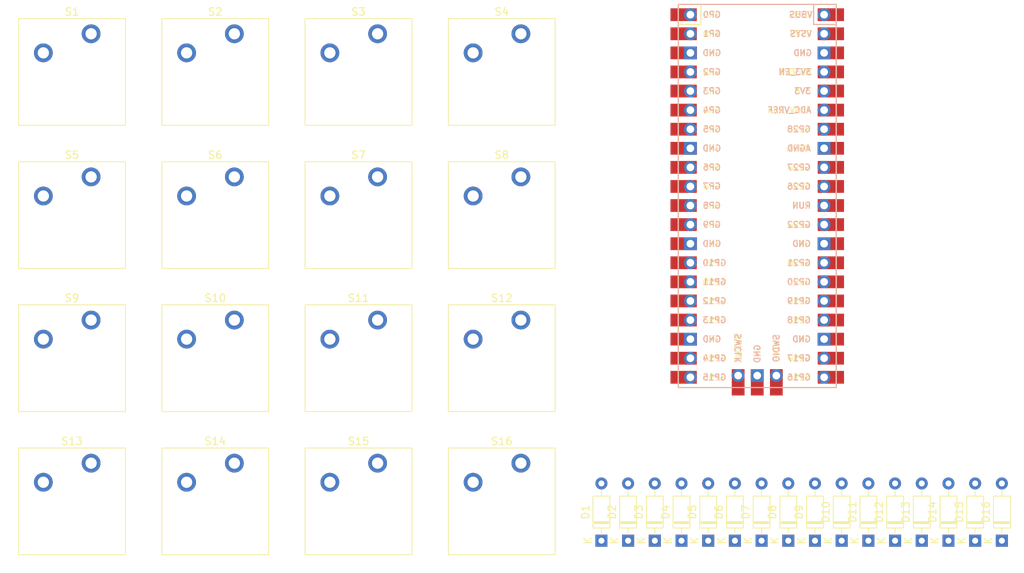
<source format=kicad_pcb>
(kicad_pcb (version 20221018) (generator pcbnew)
  (layers (0 "F.Cu" signal) (31 "B.Cu" signal) (34 "B.Paste" user) (35 "F.Paste" user) (36 "B.SilkS" user "B.Silkscreen") (37 "F.SilkS" user "F.Silkscreen") (38 "B.Mask" user) (39 "F.Mask" user) (44 "Edge.Cuts" user))
  (net 0 "")
  (net 1 "Row 0")
  (net 2 "Net-(D1-A)")
  (net 3 "Net-(D2-A)")
  (net 4 "Net-(D3-A)")
  (net 5 "Net-(D4-A)")
  (net 6 "Row 1")
  (net 7 "Net-(D5-A)")
  (net 8 "Net-(D6-A)")
  (net 9 "Net-(D7-A)")
  (net 10 "Net-(D8-A)")
  (net 11 "Row 2")
  (net 12 "Net-(D9-A)")
  (net 13 "Net-(D10-A)")
  (net 14 "Net-(D11-A)")
  (net 15 "Net-(D12-A)")
  (net 16 "Row 3")
  (net 17 "Net-(D13-A)")
  (net 18 "Net-(D14-A)")
  (net 19 "Net-(D15-A)")
  (net 20 "Net-(D16-A)")
  (net 21 "Col 0")
  (net 22 "Col 1")
  (net 23 "Col 2")
  (net 24 "Col 3")
  (footprint "MX:MX_PCB_1.00u" (layer "F.Cu") (at 88.275 111.785)
    (fp_text reference "S14" (at 0 -8) (layer "F.SilkS"))
    (fp_text value "Keyswitch")
    (pad "" np_thru_hole circle (at -5.08 0) (size 1.75 1.75) (drill 1.75) (layers "*.Cu" "*.Mask"))
    (pad "" np_thru_hole circle (at 0 0) (size 4 4) (drill 4) (layers "*.Cu" "*.Mask"))
    (pad "" np_thru_hole circle (at 5.08 0) (size 1.75 1.75) (drill 1.75) (layers "*.Cu" "*.Mask"))
    (pad "1" thru_hole circle (at -3.81 -2.54) (size 2.5 2.5) (drill 1.5) (layers "*.Cu" "*.Mask") (net 22 "Col 1"))
    (pad "2" thru_hole circle (at 2.54 -5.08) (size 2.5 2.5) (drill 1.5) (layers "*.Cu" "*.Mask") (net 18 "Net-(D14-A)"))
  )
  (footprint "Components:Diode_DO-35" (layer "F.Cu") (at 182.225 117.02375 90)
    (fp_text reference "D13" (at 3.81 -2.12 90) (layer "F.SilkS"))
    (fp_text value "Diode")
    (fp_text user "K" (at 0 -1.8 90) (layer "F.SilkS"))
    (pad "1" thru_hole rect (at 0 0 90) (size 1.6 1.6) (drill 0.8) (layers "*.Cu" "*.Mask") (net 16 "Row 3"))
    (pad "2" thru_hole oval (at 7.62 0 90) (size 1.6 1.6) (drill 0.8) (layers "*.Cu" "*.Mask") (net 17 "Net-(D13-A)"))
  )
  (footprint "MX:MX_PCB_1.00u" (layer "F.Cu") (at 88.275 54.635)
    (fp_text reference "S2" (at 0 -8) (layer "F.SilkS"))
    (fp_text value "Keyswitch")
    (pad "" np_thru_hole circle (at -5.08 0) (size 1.75 1.75) (drill 1.75) (layers "*.Cu" "*.Mask"))
    (pad "" np_thru_hole circle (at 0 0) (size 4 4) (drill 4) (layers "*.Cu" "*.Mask"))
    (pad "" np_thru_hole circle (at 5.08 0) (size 1.75 1.75) (drill 1.75) (layers "*.Cu" "*.Mask"))
    (pad "1" thru_hole circle (at -3.81 -2.54) (size 2.5 2.5) (drill 1.5) (layers "*.Cu" "*.Mask") (net 22 "Col 1"))
    (pad "2" thru_hole circle (at 2.54 -5.08) (size 2.5 2.5) (drill 1.5) (layers "*.Cu" "*.Mask") (net 3 "Net-(D2-A)"))
  )
  (footprint "MX:MX_PCB_1.00u" (layer "F.Cu") (at 126.375 73.685)
    (fp_text reference "S8" (at 0 -8) (layer "F.SilkS"))
    (fp_text value "Keyswitch")
    (pad "" np_thru_hole circle (at -5.08 0) (size 1.75 1.75) (drill 1.75) (layers "*.Cu" "*.Mask"))
    (pad "" np_thru_hole circle (at 0 0) (size 4 4) (drill 4) (layers "*.Cu" "*.Mask"))
    (pad "" np_thru_hole circle (at 5.08 0) (size 1.75 1.75) (drill 1.75) (layers "*.Cu" "*.Mask"))
    (pad "1" thru_hole circle (at -3.81 -2.54) (size 2.5 2.5) (drill 1.5) (layers "*.Cu" "*.Mask") (net 24 "Col 3"))
    (pad "2" thru_hole circle (at 2.54 -5.08) (size 2.5 2.5) (drill 1.5) (layers "*.Cu" "*.Mask") (net 10 "Net-(D8-A)"))
  )
  (footprint "MX:MX_PCB_1.00u" (layer "F.Cu") (at 88.275 92.735)
    (fp_text reference "S10" (at 0 -8) (layer "F.SilkS"))
    (fp_text value "Keyswitch")
    (pad "" np_thru_hole circle (at -5.08 0) (size 1.75 1.75) (drill 1.75) (layers "*.Cu" "*.Mask"))
    (pad "" np_thru_hole circle (at 0 0) (size 4 4) (drill 4) (layers "*.Cu" "*.Mask"))
    (pad "" np_thru_hole circle (at 5.08 0) (size 1.75 1.75) (drill 1.75) (layers "*.Cu" "*.Mask"))
    (pad "1" thru_hole circle (at -3.81 -2.54) (size 2.5 2.5) (drill 1.5) (layers "*.Cu" "*.Mask") (net 22 "Col 1"))
    (pad "2" thru_hole circle (at 2.54 -5.08) (size 2.5 2.5) (drill 1.5) (layers "*.Cu" "*.Mask") (net 13 "Net-(D10-A)"))
  )
  (footprint "MCU:Raspberry_Pi_Pico" (layer "F.Cu") (at 160.3475 71.145)
    (fp_text reference "U1" hide)
    (fp_text value "Raspberry_Pi_Pico" hide)
    (fp_text user "GND" (at -6.04 -19.05) (layer "B.SilkS") (effects (font (size 0.8 0.8)) (justify mirror)))
    (fp_text user "GP5" (at -6.04 -8.89) (layer "B.SilkS") (effects (font (size 0.8 0.8)) (justify mirror)))
    (fp_text user "GND" (at 0 21 -90) (layer "B.SilkS") (effects (font (size 0.8 0.8)) (justify mirror)))
    (fp_text user "3V3_EN" (at 5.04 -16.51) (layer "B.SilkS") (effects (font (size 0.8 0.8)) (justify mirror)))
    (fp_text user "GP22" (at 5.54 3.81) (layer "B.SilkS") (effects (font (size 0.8 0.8)) (justify mirror)))
    (fp_text user "GP28" (at 5.54 -8.89) (layer "B.SilkS") (effects (font (size 0.8 0.8)) (justify mirror)))
    (fp_text user "GP1" (at -6.04 -21.6) (layer "B.SilkS") (effects (font (size 0.8 0.8)) (justify mirror)))
    (fp_text user "SWCLK" (at -2.54 20.25 -90) (layer "B.SilkS") (effects (font (size 0.8 0.8)) (justify mirror)))
    (fp_text user "GND" (at 6.04 -19.05) (layer "B.SilkS") (effects (font (size 0.8 0.8)) (justify mirror)))
    (fp_text user "VBUS" (at 5.79 -24.13) (layer "B.SilkS") (effects (font (size 0.8 0.8)) (justify mirror)))
    (fp_text user "SWDIO" (at 2.54 20.25 -90) (layer "B.SilkS") (effects (font (size 0.8 0.8)) (justify mirror)))
    (fp_text user "GP10" (at -5.69 8.89) (layer "B.SilkS") (effects (font (size 0.8 0.8)) (justify mirror)))
    (fp_text user "3V3" (at 6.04 -13.97) (layer "B.SilkS") (effects (font (size 0.8 0.8)) (justify mirror)))
    (fp_text user "GP19" (at 5.54 13.97) (layer "B.SilkS") (effects (font (size 0.8 0.8)) (justify mirror)))
    (fp_text user "GND" (at -6.04 6.35) (layer "B.SilkS") (effects (font (size 0.8 0.8)) (justify mirror)))
    (fp_text user "GND" (at 5.89 19.05) (layer "B.SilkS") (effects (font (size 0.8 0.8)) (justify mirror)))
    (fp_text user "GP4" (at -6.04 -11.43) (layer "B.SilkS") (effects (font (size 0.8 0.8)) (justify mirror)))
    (fp_text user "GP16" (at 5.54 24.13) (layer "B.SilkS") (effects (font (size 0.8 0.8)) (justify mirror)))
    (fp_text user "GP3" (at -6.04 -13.97) (layer "B.SilkS") (effects (font (size 0.8 0.8)) (justify mirror)))
    (fp_text user "GP17" (at 5.54 21.59) (layer "B.SilkS") (effects (font (size 0.8 0.8)) (justify mirror)))
    (fp_text user "GP11" (at -5.69 11.43) (layer "B.SilkS") (effects (font (size 0.8 0.8)) (justify mirror)))
    (fp_text user "GP6" (at -6.04 -3.81) (layer "B.SilkS") (effects (font (size 0.8 0.8)) (justify mirror)))
    (fp_text user "GP26" (at 5.54 -1.27) (layer "B.SilkS") (effects (font (size 0.8 0.8)) (justify mirror)))
    (fp_text user "GP18" (at 5.54 16.51) (layer "B.SilkS") (effects (font (size 0.8 0.8)) (justify mirror)))
    (fp_text user "GP27" (at 5.54 -3.8) (layer "B.SilkS") (effects (font (size 0.8 0.8)) (justify mirror)))
    (fp_text user "RUN" (at 5.89 1.27) (layer "B.SilkS") (effects (font (size 0.8 0.8)) (justify mirror)))
    (fp_text user "GND" (at -6.04 19.05) (layer "B.SilkS") (effects (font (size 0.8 0.8)) (justify mirror)))
    (fp_text user "GND" (at 5.89 6.35) (layer "B.SilkS") (effects (font (size 0.8 0.8)) (justify mirror)))
    (fp_text user "AGND" (at 5.54 -6.35) (layer "B.SilkS") (effects (font (size 0.8 0.8)) (justify mirror)))
    (fp_text user "GP7" (at -6.04 -1.3) (layer "B.SilkS") (effects (font (size 0.8 0.8)) (justify mirror)))
    (fp_text user "GP0" (at -6.04 -24.13) (layer "B.SilkS") (effects (font (size 0.8 0.8)) (justify mirror)))
    (fp_text user "GP20" (at 5.54 11.43) (layer "B.SilkS") (effects (font (size 0.8 0.8)) (justify mirror)))
    (fp_text user "VSYS" (at 5.79 -21.59) (layer "B.SilkS") (effects (font (size 0.8 0.8)) (justify mirror)))
    (fp_text user "GP21" (at 5.54 8.9) (layer "B.SilkS") (effects (font (size 0.8 0.8)) (justify mirror)))
    (fp_text user "GP14" (at -5.69 21.59) (layer "B.SilkS") (effects (font (size 0.8 0.8)) (justify mirror)))
    (fp_text user "GP9" (at -6.04 3.81) (layer "B.SilkS") (effects (font (size 0.8 0.8)) (justify mirror)))
    (fp_text user "GND" (at -6.04 -6.35) (layer "B.SilkS") (effects (font (size 0.8 0.8)) (justify mirror)))
    (fp_text user "GP8" (at -6.04 1.27) (layer "B.SilkS") (effects (font (size 0.8 0.8)) (justify mirror)))
    (fp_text user "ADC_VREF" (at 4.29 -11.43) (layer "B.SilkS") (effects (font (size 0.8 0.8)) (justify mirror)))
    (fp_text user "GP13" (at -5.69 16.51) (layer "B.SilkS") (effects (font (size 0.8 0.8)) (justify mirror)))
    (fp_text user "GP2" (at -6.04 -16.51) (layer "B.SilkS") (effects (font (size 0.8 0.8)) (justify mirror)))
    (fp_text user "GP12" (at -5.69 13.97) (layer "B.SilkS") (effects (font (size 0.8 0.8)) (justify mirror)))
    (fp_text user "GP15" (at -5.69 24.13) (layer "B.SilkS") (effects (font (size 0.8 0.8)) (justify mirror)))
    (fp_text user "GND" (at -6.04 19.05) (layer "F.SilkS") (effects (font (size 0.8 0.8))))
    (fp_text user "GP27" (at 5.54 -3.8) (layer "F.SilkS") (effects (font (size 0.8 0.8))))
    (fp_text user "VSYS" (at 5.79 -21.59) (layer "F.SilkS") (effects (font (size 0.8 0.8))))
    (fp_text user "GND" (at -6.04 6.35) (layer "F.SilkS") (effects (font (size 0.8 0.8))))
    (fp_text user "GP19" (at 5.54 13.97) (layer "F.SilkS") (effects (font (size 0.8 0.8))))
    (fp_text user "GP0" (at -6.04 -24.13) (layer "F.SilkS") (effects (font (size 0.8 0.8))))
    (fp_text user "GP15" (at -5.69 24.13) (layer "F.SilkS") (effects (font (size 0.8 0.8))))
    (fp_text user "RUN" (at 5.89 1.27) (layer "F.SilkS") (effects (font (size 0.8 0.8))))
    (fp_text user "GP9" (at -6.04 3.81) (layer "F.SilkS") (effects (font (size 0.8 0.8))))
    (fp_text user "GP12" (at -5.69 13.97) (layer "F.SilkS") (effects (font (size 0.8 0.8))))
    (fp_text user "GP22" (at 5.54 3.81) (layer "F.SilkS") (effects (font (size 0.8 0.8))))
    (fp_text user "GND" (at -6.04 -6.35) (layer "F.SilkS") (effects (font (size 0.8 0.8))))
    (fp_text user "GP16" (at 5.54 24.13) (layer "F.SilkS") (effects (font (size 0.8 0.8))))
    (fp_text user "GND" (at 6.04 -19.05) (layer "F.SilkS") (effects (font (size 0.8 0.8))))
    (fp_text user "AGND" (at 5.54 -6.35) (layer "F.SilkS") (effects (font (size 0.8 0.8))))
    (fp_text user "GP6" (at -6.04 -3.81) (layer "F.SilkS") (effects (font (size 0.8 0.8))))
    (fp_text user "GND" (at 5.89 6.35) (layer "F.SilkS") (effects (font (size 0.8 0.8))))
    (fp_text user "GP13" (at -5.69 16.51) (layer "F.SilkS") (effects (font (size 0.8 0.8))))
    (fp_text user "GND" (at -6.04 -19.05) (layer "F.SilkS") (effects (font (size 0.8 0.8))))
    (fp_text user "GP8" (at -6.04 1.27) (layer "F.SilkS") (effects (font (size 0.8 0.8))))
    (fp_text user "GP26" (at 5.54 -1.27) (layer "F.SilkS") (effects (font (size 0.8 0.8))))
    (fp_text user "3V3" (at 6.04 -13.97) (layer "F.SilkS") (effects (font (size 0.8 0.8))))
    (fp_text user "GP7" (at -6.04 -1.3) (layer "F.SilkS") (effects (font (size 0.8 0.8))))
    (fp_text user "GP14" (at -5.69 21.59) (layer "F.SilkS") (effects (font (size 0.8 0.8))))
    (fp_text user "GP3" (at -6.04 -13.97) (layer "F.SilkS") (effects (font (size 0.8 0.8))))
    (fp_text user "GP28" (at 5.54 -8.89) (layer "F.SilkS") (effects (font (size 0.8 0.8))))
    (fp_text user "GND" (at 0 21 90) (layer "F.SilkS") (effects (font (size 0.8 0.8))))
    (fp_text user "SWDIO" (at 2.54 20.25 90) (layer "F.SilkS") (effects (font (size 0.8 0.8))))
    (fp_text user "3V3_EN" (at 5.04 -16.51) (layer "F.SilkS") (effects (font (size 0.8 0.8))))
    (fp_text user "GP10" (at -5.69 8.89) (layer "F.SilkS") (effects (font (size 0.8 0.8))))
    (fp_text user "GP11" (at -5.69 11.43) (layer "F.SilkS") (effects (font (size 0.8 0.8))))
    (fp_text user "GP1" (at -6.04 -21.6) (layer "F.SilkS") (effects (font (size 0.8 0.8))))
    (fp_text user "GP4" (at -6.04 -11.43) (layer "F.SilkS") (effects (font (size 0.8 0.8))))
    (fp_text user "GP21" (at 5.54 8.9) (layer "F.SilkS") (effects (font (size 0.8 0.8))))
    (fp_text user "GP20" (at 5.54 11.43) (layer "F.SilkS") (effects (font (size 0.8 0.8))))
    (fp_text user "GP5" (at -6.04 -8.89) (layer "F.SilkS") (effects (font (size 0.8 0.8))))
    (fp_text user "VBUS" (at 5.79 -24.13) (layer "F.SilkS") (effects (font (size 0.8 0.8))))
    (fp_text user "GND" (at 5.89 19.05) (layer "F.SilkS") (effects (font (size 0.8 0.8))))
    (fp_text user "GP18" (at 5.54 16.51) (layer "F.SilkS") (effects (font (size 0.8 0.8))))
    (fp_text user "SWCLK" (at -2.54 20.25 90) (layer "F.SilkS") (effects (font (size 0.8 0.8))))
    (fp_text user "GP17" (at 5.54 21.59) (layer "F.SilkS") (effects (font (size 0.8 0.8))))
    (fp_text user "GP2" (at -6.04 -16.51) (layer "F.SilkS") (effects (font (size 0.8 0.8))))
    (fp_text user "ADC_VREF" (at 4.29 -11.43) (layer "F.SilkS") (effects (font (size 0.8 0.8))))
    (pad "1" thru_hole oval (at -8.89 -24.13) (size 1.7 1.7) (drill 1.02) (layers "*.Cu" "*.Mask"))
    (pad "1" smd rect (at -8.89 -24.13) (size 3.5 1.7) (drill (offset -0.9 0)) (layers "F.Cu" "F.Mask"))
    (pad "2" thru_hole oval (at -8.89 -21.59) (size 1.7 1.7) (drill 1.02) (layers "*.Cu" "*.Mask"))
    (pad "2" smd rect (at -8.89 -21.59) (size 3.5 1.7) (drill (offset -0.9 0)) (layers "F.Cu" "F.Mask"))
    (pad "3" thru_hole rect (at -8.89 -19.05) (size 1.7 1.7) (drill 1.02) (layers "*.Cu" "*.Mask"))
    (pad "3" smd rect (at -8.89 -19.05) (size 3.5 1.7) (drill (offset -0.9 0)) (layers "F.Cu" "F.Mask"))
    (pad "4" thru_hole oval (at -8.89 -16.51) (size 1.7 1.7) (drill 1.02) (layers "*.Cu" "*.Mask") (net 1 "Row 0"))
    (pad "4" smd rect (at -8.89 -16.51) (size 3.5 1.7) (drill (offset -0.9 0)) (layers "F.Cu" "F.Mask") (net 1 "Row 0"))
    (pad "5" thru_hole oval (at -8.89 -13.97) (size 1.7 1.7) (drill 1.02) (layers "*.Cu" "*.Mask") (net 6 "Row 1"))
    (pad "5" smd rect (at -8.89 -13.97) (size 3.5 1.7) (drill (offset -0.9 0)) (layers "F.Cu" "F.Mask") (net 6 "Row 1"))
    (pad "6" thru_hole oval (at -8.89 -11.43) (size 1.7 1.7) (drill 1.02) (layers "*.Cu" "*.Mask") (net 11 "Row 2"))
    (pad "6" smd rect (at -8.89 -11.43) (size 3.5 1.7) (drill (offset -0.9 0)) (layers "F.Cu" "F.Mask") (net 11 "Row 2"))
    (pad "7" thru_hole oval (at -8.89 -8.89) (size 1.7 1.7) (drill 1.02) (layers "*.Cu" "*.Mask") (net 16 "Row 3"))
    (pad "7" smd rect (at -8.89 -8.89) (size 3.5 1.7) (drill (offset -0.9 0)) (layers "F.Cu" "F.Mask") (net 16 "Row 3"))
    (pad "8" thru_hole rect (at -8.89 -6.35) (size 1.7 1.7) (drill 1.02) (layers "*.Cu" "*.Mask"))
    (pad "8" smd rect (at -8.89 -6.35) (size 3.5 1.7) (drill (offset -0.9 0)) (layers "F.Cu" "F.Mask"))
    (pad "9" thru_hole oval (at -8.89 -3.81) (size 1.7 1.7) (drill 1.02) (layers "*.Cu" "*.Mask"))
    (pad "9" smd rect (at -8.89 -3.81) (size 3.5 1.7) (drill (offset -0.9 0)) (layers "F.Cu" "F.Mask"))
    (pad "10" thru_hole oval (at -8.89 -1.27) (size 1.7 1.7) (drill 1.02) (layers "*.Cu" "*.Mask"))
    (pad "10" smd rect (at -8.89 -1.27) (size 3.5 1.7) (drill (offset -0.9 0)) (layers "F.Cu" "F.Mask"))
    (pad "11" thru_hole oval (at -8.89 1.27) (size 1.7 1.7) (drill 1.02) (layers "*.Cu" "*.Mask"))
    (pad "11" smd rect (at -8.89 1.27) (size 3.5 1.7) (drill (offset -0.9 0)) (layers "F.Cu" "F.Mask"))
    (pad "12" thru_hole oval (at -8.89 3.81) (size 1.7 1.7) (drill 1.02) (layers "*.Cu" "*.Mask"))
    (pad "12" smd rect (at -8.89 3.81) (size 3.5 1.7) (drill (offset -0.9 0)) (layers "F.Cu" "F.Mask"))
    (pad "13" thru_hole rect (at -8.89 6.35) (size 1.7 1.7) (drill 1.02) (layers "*.Cu" "*.Mask"))
    (pad "13" smd rect (at -8.89 6.35) (size 3.5 1.7) (drill (offset -0.9 0)) (layers "F.Cu" "F.Mask"))
    (pad "14" thru_hole oval (at -8.89 8.89) (size 1.7 1.7) (drill 1.02) (layers "*.Cu" "*.Mask") (net 21 "Col 0"))
    (pad "14" smd rect (at -8.89 8.89) (size 3.5 1.7) (drill (offset -0.9 0)) (layers "F.Cu" "F.Mask") (net 21 "Col 0"))
    (pad "15" thru_hole oval (at -8.89 11.43) (size 1.7 1.7) (drill 1.02) (layers "*.Cu" "*.Mask") (net 22 "Col 1"))
    (pad "15" smd rect (at -8.89 11.43) (size 3.5 1.7) (drill (offset -0.9 0)) (layers "F.Cu" "F.Mask") (net 22 "Col 1"))
    (pad "16" thru_hole oval (at -8.89 13.97) (size 1.7 1.7) (drill 1.02) (layers "*.Cu" "*.Mask") (net 23 "Col 2"))
    (pad "16" smd rect (at -8.89 13.97) (size 3.5 1.7) (drill (offset -0.9 0)) (layers "F.Cu" "F.Mask") (net 23 "Col 2"))
    (pad "17" thru_hole oval (at -8.89 16.51) (size 1.7 1.7) (drill 1.02) (layers "*.Cu" "*.Mask") (net 24 "Col 3"))
    (pad "17" smd rect (at -8.89 16.51) (size 3.5 1.7) (drill (offset -0.9 0)) (layers "F.Cu" "F.Mask") (net 24 "Col 3"))
    (pad "18" thru_hole rect (at -8.89 19.05) (size 1.7 1.7) (drill 1.02) (layers "*.Cu" "*.Mask"))
    (pad "18" smd rect (at -8.89 19.05) (size 3.5 1.7) (drill (offset -0.9 0)) (layers "F.Cu" "F.Mask"))
    (pad "19" thru_hole oval (at -8.89 21.59) (size 1.7 1.7) (drill 1.02) (layers "*.Cu" "*.Mask"))
    (pad "19" smd rect (at -8.89 21.59) (size 3.5 1.7) (drill (offset -0.9 0)) (layers "F.Cu" "F.Mask"))
    (pad "20" thru_hole oval (at -8.89 24.13) (size 1.7 1.7) (drill 1.02) (layers "*.Cu" "*.Mask"))
    (pad "20" smd rect (at -8.89 24.13) (size 3.5 1.7) (drill (offset -0.9 0)) (layers "F.Cu" "F.Mask"))
    (pad "21" thru_hole oval (at 8.89 24.13) (size 1.7 1.7) (drill 1.02) (layers "*.Cu" "*.Mask"))
    (pad "21" smd rect (at 8.89 24.13) (size 3.5 1.7) (drill (offset 0.9 0)) (layers "F.Cu" "F.Mask"))
    (pad "22" thru_hole oval (at 8.89 21.59) (size 1.7 1.7) (drill 1.02) (layers "*.Cu" "*.Mask"))
    (pad "22" smd rect (at 8.89 21.59) (size 3.5 1.7) (drill (offset 0.9 0)) (layers "F.Cu" "F.Mask"))
    (pad "23" thru_hole rect (at 8.89 19.05) (size 1.7 1.7) (drill 1.02) (layers "*.Cu" "*.Mask"))
    (pad "23" smd rect (at 8.89 19.05) (size 3.5 1.7) (drill (offset 0.9 0)) (layers "F.Cu" "F.Mask"))
    (pad "24" thru_hole oval (at 8.89 16.51) (size 1.7 1.7) (drill 1.02) (layers "*.Cu" "*.Mask"))
    (pad "24" smd rect (at 8.89 16.51) (size 3.5 1.7) (drill (offset 0.9 0)) (layers "F.Cu" "F.Mask"))
    (pad "25" thru_hole oval (at 8.89 13.97) (size 1.7 1.7) (drill 1.02) (layers "*.Cu" "*.Mask"))
    (pad "25" smd rect (at 8.89 13.97) (size 3.5 1.7) (drill (offset 0.9 0)) (layers "F.Cu" "F.Mask"))
    (pad "26" thru_hole oval (at 8.89 11.43) (size 1.7 1.7) (drill 1.02) (layers "*.Cu" "*.Mask"))
    (pad "26" smd rect (at 8.89 11.43) (size 3.5 1.7) (drill (offset 0.9 0)) (layers "F.Cu" "F.Mask"))
    (pad "27" thru_hole oval (at 8.89 8.89) (size 1.7 1.7) (drill 1.02) (layers "*.Cu" "*.Mask"))
    (pad "27" smd rect (at 8.89 8.89) (size 3.5 1.7) (drill (offset 0.9 0)) (layers "F.Cu" "F.Mask"))
    (pad "28" thru_hole rect (at 8.89 6.35) (size 1.7 1.7) (drill 1.02) (layers "*.Cu" "*.Mask"))
    (pad "28" smd rect (at 8.89 6.35) (size 3.5 1.7) (drill (offset 0.9 0)) (layers "F.Cu" "F.Mask"))
    (pad "29" thru_hole oval (at 8.89 3.81) (size 1.7 1.7) (drill 1.02) (layers "*.Cu" "*.Mask"))
    (pad "29" smd rect (at 8.89 3.81) (size 3.5 1.7) (drill (offset 0.9 0)) (layers "F.Cu" "F.Mask"))
    (pad "30" thru_hole oval (at 8.89 1.27) (size 1.7 1.7) (drill 1.02) (layers "*.Cu" "*.Mask"))
    (pad "30" smd rect (at 8.89 1.27) (size 3.5 1.7) (drill (offset 0.9 0)) (layers "F.Cu" "F.Mask"))
    (pad "31" thru_hole oval (at 8.89 -1.27) (size 1.7 1.7) (drill 1.02) (layers "*.Cu" "*.Mask"))
    (pad "31" smd rect (at 8.89 -1.27) (size 3.5 1.7) (drill (offset 0.9 0)) (layers "F.Cu" "F.Mask"))
    (pad "32" thru_hole oval (at 8.89 -3.81) (size 1.7 1.7) (drill 1.02) (layers "*.Cu" "*.Mask"))
    (pad "32" smd rect (at 8.89 -3.81) (size 3.5 1.7) (drill (offset 0.9 0)) (layers "F.Cu" "F.Mask"))
    (pad "33" thru_hole rect (at 8.89 -6.35) (size 1.7 1.7) (drill 1.02) (layers "*.Cu" "*.Mask"))
    (pad "33" smd rect (at 8.89 -6.35) (size 3.5 1.7) (drill (offset 0.9 0)) (layers "F.Cu" "F.Mask"))
    (pad "34" thru_hole oval (at 8.89 -8.89) (size 1.7 1.7) (drill 1.02) (layers "*.Cu" "*.Mask"))
    (pad "34" smd rect (at 8.89 -8.89) (size 3.5 1.7) (drill (offset 0.9 0)) (layers "F.Cu" "F.Mask"))
    (pad "35" thru_hole oval (at 8.89 -11.43) (size 1.7 1.7) (drill 1.02) (layers "*.Cu" "*.Mask"))
    (pad "35" smd rect (at 8.89 -11.43) (size 3.5 1.7) (drill (offset 0.9 0)) (layers "F.Cu" "F.Mask"))
    (pad "36" thru_hole oval (at 8.89 -13.97) (size 1.7 1.7) (drill 1.02) (layers "*.Cu" "*.Mask"))
    (pad "36" smd rect (at 8.89 -13.97) (size 3.5 1.7) (drill (offset 0.9 0)) (layers "F.Cu" "F.Mask"))
    (pad "37" thru_hole oval (at 8.89 -16.51) (size 1.7 1.7) (drill 1.02) (layers "*.Cu" "*.Mask"))
    (pad "37" smd rect (at 8.89 -16.51) (size 3.5 1.7) (drill (offset 0.9 0)) (layers "F.Cu" "F.Mask"))
    (pad "38" thru_hole rect (at 8.89 -19.05) (size 1.7 1.7) (drill 1.02) (layers "*.Cu" "*.Mask"))
    (pad "38" smd rect (at 8.89 -19.05) (size 3.5 1.7) (drill (offset 0.9 0)) (layers "F.Cu" "F.Mask"))
    (pad "39" thru_hole oval (at 8.89 -21.59) (size 1.7 1.7) (drill 1.02) (layers "*.Cu" "*.Mask"))
    (pad "39" smd rect (at 8.89 -21.59) (size 3.5 1.7) (drill (offset 0.9 0)) (layers "F.Cu" "F.Mask"))
    (pad "40" thru_hole oval (at 8.89 -24.13) (size 1.7 1.7) (drill 1.02) (layers "*.Cu" "*.Mask"))
    (pad "40" smd rect (at 8.89 -24.13) (size 3.5 1.7) (drill (offset 0.9 0)) (layers "F.Cu" "F.Mask"))
    (pad "41" thru_hole oval (at -2.54 23.9) (size 1.7 1.7) (drill 1.02) (layers "*.Cu" "*.Mask"))
    (pad "41" smd rect (at -2.54 23.9 90) (size 3.5 1.7) (drill (offset -0.9 0)) (layers "F.Cu" "F.Mask"))
    (pad "42" thru_hole rect (at 0 23.9) (size 1.7 1.7) (drill 1.02) (layers "*.Cu" "*.Mask"))
    (pad "42" smd rect (at 0 23.9 90) (size 3.5 1.7) (drill (offset -0.9 0)) (layers "F.Cu" "F.Mask"))
    (pad "43" thru_hole oval (at 2.54 23.9) (size 1.7 1.7) (drill 1.02) (layers "*.Cu" "*.Mask"))
    (pad "43" smd rect (at 2.54 23.9 90) (size 3.5 1.7) (drill (offset -0.9 0)) (layers "F.Cu" "F.Mask"))
  )
  (footprint "MX:MX_PCB_1.00u" (layer "F.Cu") (at 69.225 92.735)
    (fp_text reference "S9" (at 0 -8) (layer "F.SilkS"))
    (fp_text value "Keyswitch")
    (pad "" np_thru_hole circle (at -5.08 0) (size 1.75 1.75) (drill 1.75) (layers "*.Cu" "*.Mask"))
    (pad "" np_thru_hole circle (at 0 0) (size 4 4) (drill 4) (layers "*.Cu" "*.Mask"))
    (pad "" np_thru_hole circle (at 5.08 0) (size 1.75 1.75) (drill 1.75) (layers "*.Cu" "*.Mask"))
    (pad "1" thru_hole circle (at -3.81 -2.54) (size 2.5 2.5) (drill 1.5) (layers "*.Cu" "*.Mask") (net 21 "Col 0"))
    (pad "2" thru_hole circle (at 2.54 -5.08) (size 2.5 2.5) (drill 1.5) (layers "*.Cu" "*.Mask") (net 12 "Net-(D9-A)"))
  )
  (footprint "MX:MX_PCB_1.00u" (layer "F.Cu") (at 107.325 54.635)
    (fp_text reference "S3" (at 0 -8) (layer "F.SilkS"))
    (fp_text value "Keyswitch")
    (pad "" np_thru_hole circle (at -5.08 0) (size 1.75 1.75) (drill 1.75) (layers "*.Cu" "*.Mask"))
    (pad "" np_thru_hole circle (at 0 0) (size 4 4) (drill 4) (layers "*.Cu" "*.Mask"))
    (pad "" np_thru_hole circle (at 5.08 0) (size 1.75 1.75) (drill 1.75) (layers "*.Cu" "*.Mask"))
    (pad "1" thru_hole circle (at -3.81 -2.54) (size 2.5 2.5) (drill 1.5) (layers "*.Cu" "*.Mask") (net 23 "Col 2"))
    (pad "2" thru_hole circle (at 2.54 -5.08) (size 2.5 2.5) (drill 1.5) (layers "*.Cu" "*.Mask") (net 4 "Net-(D3-A)"))
  )
  (footprint "Components:Diode_DO-35" (layer "F.Cu") (at 143.175 117.02375 90)
    (fp_text reference "D2" (at 3.81 -2.12 90) (layer "F.SilkS"))
    (fp_text value "Diode")
    (fp_text user "K" (at 0 -1.8 90) (layer "F.SilkS"))
    (pad "1" thru_hole rect (at 0 0 90) (size 1.6 1.6) (drill 0.8) (layers "*.Cu" "*.Mask") (net 1 "Row 0"))
    (pad "2" thru_hole oval (at 7.62 0 90) (size 1.6 1.6) (drill 0.8) (layers "*.Cu" "*.Mask") (net 3 "Net-(D2-A)"))
  )
  (footprint "Components:Diode_DO-35" (layer "F.Cu") (at 171.575 117.02375 90)
    (fp_text reference "D10" (at 3.81 -2.12 90) (layer "F.SilkS"))
    (fp_text value "Diode")
    (fp_text user "K" (at 0 -1.8 90) (layer "F.SilkS"))
    (pad "1" thru_hole rect (at 0 0 90) (size 1.6 1.6) (drill 0.8) (layers "*.Cu" "*.Mask") (net 11 "Row 2"))
    (pad "2" thru_hole oval (at 7.62 0 90) (size 1.6 1.6) (drill 0.8) (layers "*.Cu" "*.Mask") (net 13 "Net-(D10-A)"))
  )
  (footprint "MX:MX_PCB_1.00u" (layer "F.Cu") (at 69.225 73.685)
    (fp_text reference "S5" (at 0 -8) (layer "F.SilkS"))
    (fp_text value "Keyswitch")
    (pad "" np_thru_hole circle (at -5.08 0) (size 1.75 1.75) (drill 1.75) (layers "*.Cu" "*.Mask"))
    (pad "" np_thru_hole circle (at 0 0) (size 4 4) (drill 4) (layers "*.Cu" "*.Mask"))
    (pad "" np_thru_hole circle (at 5.08 0) (size 1.75 1.75) (drill 1.75) (layers "*.Cu" "*.Mask"))
    (pad "1" thru_hole circle (at -3.81 -2.54) (size 2.5 2.5) (drill 1.5) (layers "*.Cu" "*.Mask") (net 21 "Col 0"))
    (pad "2" thru_hole circle (at 2.54 -5.08) (size 2.5 2.5) (drill 1.5) (layers "*.Cu" "*.Mask") (net 7 "Net-(D5-A)"))
  )
  (footprint "MX:MX_PCB_1.00u" (layer "F.Cu") (at 126.375 111.785)
    (fp_text reference "S16" (at 0 -8) (layer "F.SilkS"))
    (fp_text value "Keyswitch")
    (pad "" np_thru_hole circle (at -5.08 0) (size 1.75 1.75) (drill 1.75) (layers "*.Cu" "*.Mask"))
    (pad "" np_thru_hole circle (at 0 0) (size 4 4) (drill 4) (layers "*.Cu" "*.Mask"))
    (pad "" np_thru_hole circle (at 5.08 0) (size 1.75 1.75) (drill 1.75) (layers "*.Cu" "*.Mask"))
    (pad "1" thru_hole circle (at -3.81 -2.54) (size 2.5 2.5) (drill 1.5) (layers "*.Cu" "*.Mask") (net 24 "Col 3"))
    (pad "2" thru_hole circle (at 2.54 -5.08) (size 2.5 2.5) (drill 1.5) (layers "*.Cu" "*.Mask") (net 20 "Net-(D16-A)"))
  )
  (footprint "MX:MX_PCB_1.00u" (layer "F.Cu") (at 107.325 73.685)
    (fp_text reference "S7" (at 0 -8) (layer "F.SilkS"))
    (fp_text value "Keyswitch")
    (pad "" np_thru_hole circle (at -5.08 0) (size 1.75 1.75) (drill 1.75) (layers "*.Cu" "*.Mask"))
    (pad "" np_thru_hole circle (at 0 0) (size 4 4) (drill 4) (layers "*.Cu" "*.Mask"))
    (pad "" np_thru_hole circle (at 5.08 0) (size 1.75 1.75) (drill 1.75) (layers "*.Cu" "*.Mask"))
    (pad "1" thru_hole circle (at -3.81 -2.54) (size 2.5 2.5) (drill 1.5) (layers "*.Cu" "*.Mask") (net 23 "Col 2"))
    (pad "2" thru_hole circle (at 2.54 -5.08) (size 2.5 2.5) (drill 1.5) (layers "*.Cu" "*.Mask") (net 9 "Net-(D7-A)"))
  )
  (footprint "Components:Diode_DO-35" (layer "F.Cu") (at 150.275 117.02375 90)
    (fp_text reference "D4" (at 3.81 -2.12 90) (layer "F.SilkS"))
    (fp_text value "Diode")
    (fp_text user "K" (at 0 -1.8 90) (layer "F.SilkS"))
    (pad "1" thru_hole rect (at 0 0 90) (size 1.6 1.6) (drill 0.8) (layers "*.Cu" "*.Mask") (net 1 "Row 0"))
    (pad "2" thru_hole oval (at 7.62 0 90) (size 1.6 1.6) (drill 0.8) (layers "*.Cu" "*.Mask") (net 5 "Net-(D4-A)"))
  )
  (footprint "MX:MX_PCB_1.00u" (layer "F.Cu") (at 126.375 92.735)
    (fp_text reference "S12" (at 0 -8) (layer "F.SilkS"))
    (fp_text value "Keyswitch")
    (pad "" np_thru_hole circle (at -5.08 0) (size 1.75 1.75) (drill 1.75) (layers "*.Cu" "*.Mask"))
    (pad "" np_thru_hole circle (at 0 0) (size 4 4) (drill 4) (layers "*.Cu" "*.Mask"))
    (pad "" np_thru_hole circle (at 5.08 0) (size 1.75 1.75) (drill 1.75) (layers "*.Cu" "*.Mask"))
    (pad "1" thru_hole circle (at -3.81 -2.54) (size 2.5 2.5) (drill 1.5) (layers "*.Cu" "*.Mask") (net 24 "Col 3"))
    (pad "2" thru_hole circle (at 2.54 -5.08) (size 2.5 2.5) (drill 1.5) (layers "*.Cu" "*.Mask") (net 15 "Net-(D12-A)"))
  )
  (footprint "MX:MX_PCB_1.00u" (layer "F.Cu") (at 107.325 92.735)
    (fp_text reference "S11" (at 0 -8) (layer "F.SilkS"))
    (fp_text value "Keyswitch")
    (pad "" np_thru_hole circle (at -5.08 0) (size 1.75 1.75) (drill 1.75) (layers "*.Cu" "*.Mask"))
    (pad "" np_thru_hole circle (at 0 0) (size 4 4) (drill 4) (layers "*.Cu" "*.Mask"))
    (pad "" np_thru_hole circle (at 5.08 0) (size 1.75 1.75) (drill 1.75) (layers "*.Cu" "*.Mask"))
    (pad "1" thru_hole circle (at -3.81 -2.54) (size 2.5 2.5) (drill 1.5) (layers "*.Cu" "*.Mask") (net 23 "Col 2"))
    (pad "2" thru_hole circle (at 2.54 -5.08) (size 2.5 2.5) (drill 1.5) (layers "*.Cu" "*.Mask") (net 14 "Net-(D11-A)"))
  )
  (footprint "Components:Diode_DO-35" (layer "F.Cu") (at 185.775 117.02375 90)
    (fp_text reference "D14" (at 3.81 -2.12 90) (layer "F.SilkS"))
    (fp_text value "Diode")
    (fp_text user "K" (at 0 -1.8 90) (layer "F.SilkS"))
    (pad "1" thru_hole rect (at 0 0 90) (size 1.6 1.6) (drill 0.8) (layers "*.Cu" "*.Mask") (net 16 "Row 3"))
    (pad "2" thru_hole oval (at 7.62 0 90) (size 1.6 1.6) (drill 0.8) (layers "*.Cu" "*.Mask") (net 18 "Net-(D14-A)"))
  )
  (footprint "Components:Diode_DO-35" (layer "F.Cu") (at 160.925 117.02375 90)
    (fp_text reference "D7" (at 3.81 -2.12 90) (layer "F.SilkS"))
    (fp_text value "Diode")
    (fp_text user "K" (at 0 -1.8 90) (layer "F.SilkS"))
    (pad "1" thru_hole rect (at 0 0 90) (size 1.6 1.6) (drill 0.8) (layers "*.Cu" "*.Mask") (net 6 "Row 1"))
    (pad "2" thru_hole oval (at 7.62 0 90) (size 1.6 1.6) (drill 0.8) (layers "*.Cu" "*.Mask") (net 9 "Net-(D7-A)"))
  )
  (footprint "Components:Diode_DO-35" (layer "F.Cu") (at 168.025 117.02375 90)
    (fp_text reference "D9" (at 3.81 -2.12 90) (layer "F.SilkS"))
    (fp_text value "Diode")
    (fp_text user "K" (at 0 -1.8 90) (layer "F.SilkS"))
    (pad "1" thru_hole rect (at 0 0 90) (size 1.6 1.6) (drill 0.8) (layers "*.Cu" "*.Mask") (net 11 "Row 2"))
    (pad "2" thru_hole oval (at 7.62 0 90) (size 1.6 1.6) (drill 0.8) (layers "*.Cu" "*.Mask") (net 12 "Net-(D9-A)"))
  )
  (footprint "MX:MX_PCB_1.00u" (layer "F.Cu") (at 126.375 54.635)
    (fp_text reference "S4" (at 0 -8) (layer "F.SilkS"))
    (fp_text value "Keyswitch")
    (pad "" np_thru_hole circle (at -5.08 0) (size 1.75 1.75) (drill 1.75) (layers "*.Cu" "*.Mask"))
    (pad "" np_thru_hole circle (at 0 0) (size 4 4) (drill 4) (layers "*.Cu" "*.Mask"))
    (pad "" np_thru_hole circle (at 5.08 0) (size 1.75 1.75) (drill 1.75) (layers "*.Cu" "*.Mask"))
    (pad "1" thru_hole circle (at -3.81 -2.54) (size 2.5 2.5) (drill 1.5) (layers "*.Cu" "*.Mask") (net 24 "Col 3"))
    (pad "2" thru_hole circle (at 2.54 -5.08) (size 2.5 2.5) (drill 1.5) (layers "*.Cu" "*.Mask") (net 5 "Net-(D4-A)"))
  )
  (footprint "Components:Diode_DO-35" (layer "F.Cu") (at 178.675 117.02375 90)
    (fp_text reference "D12" (at 3.81 -2.12 90) (layer "F.SilkS"))
    (fp_text value "Diode")
    (fp_text user "K" (at 0 -1.8 90) (layer "F.SilkS"))
    (pad "1" thru_hole rect (at 0 0 90) (size 1.6 1.6) (drill 0.8) (layers "*.Cu" "*.Mask") (net 11 "Row 2"))
    (pad "2" thru_hole oval (at 7.62 0 90) (size 1.6 1.6) (drill 0.8) (layers "*.Cu" "*.Mask") (net 15 "Net-(D12-A)"))
  )
  (footprint "Components:Diode_DO-35" (layer "F.Cu") (at 157.375 117.02375 90)
    (fp_text reference "D6" (at 3.81 -2.12 90) (layer "F.SilkS"))
    (fp_text value "Diode")
    (fp_text user "K" (at 0 -1.8 90) (layer "F.SilkS"))
    (pad "1" thru_hole rect (at 0 0 90) (size 1.6 1.6) (drill 0.8) (layers "*.Cu" "*.Mask") (net 6 "Row 1"))
    (pad "2" thru_hole oval (at 7.62 0 90) (size 1.6 1.6) (drill 0.8) (layers "*.Cu" "*.Mask") (net 8 "Net-(D6-A)"))
  )
  (footprint "Components:Diode_DO-35" (layer "F.Cu") (at 139.625 117.02375 90)
    (fp_text reference "D1" (at 3.81 -2.12 90) (layer "F.SilkS"))
    (fp_text value "Diode")
    (fp_text user "K" (at 0 -1.8 90) (layer "F.SilkS"))
    (pad "1" thru_hole rect (at 0 0 90) (size 1.6 1.6) (drill 0.8) (layers "*.Cu" "*.Mask") (net 1 "Row 0"))
    (pad "2" thru_hole oval (at 7.62 0 90) (size 1.6 1.6) (drill 0.8) (layers "*.Cu" "*.Mask") (net 2 "Net-(D1-A)"))
  )
  (footprint "MX:MX_PCB_1.00u" (layer "F.Cu") (at 88.275 73.685)
    (fp_text reference "S6" (at 0 -8) (layer "F.SilkS"))
    (fp_text value "Keyswitch")
    (pad "" np_thru_hole circle (at -5.08 0) (size 1.75 1.75) (drill 1.75) (layers "*.Cu" "*.Mask"))
    (pad "" np_thru_hole circle (at 0 0) (size 4 4) (drill 4) (layers "*.Cu" "*.Mask"))
    (pad "" np_thru_hole circle (at 5.08 0) (size 1.75 1.75) (drill 1.75) (layers "*.Cu" "*.Mask"))
    (pad "1" thru_hole circle (at -3.81 -2.54) (size 2.5 2.5) (drill 1.5) (layers "*.Cu" "*.Mask") (net 22 "Col 1"))
    (pad "2" thru_hole circle (at 2.54 -5.08) (size 2.5 2.5) (drill 1.5) (layers "*.Cu" "*.Mask") (net 8 "Net-(D6-A)"))
  )
  (footprint "Components:Diode_DO-35" (layer "F.Cu") (at 189.325 117.02375 90)
    (fp_text reference "D15" (at 3.81 -2.12 90) (layer "F.SilkS"))
    (fp_text value "Diode")
    (fp_text user "K" (at 0 -1.8 90) (layer "F.SilkS"))
    (pad "1" thru_hole rect (at 0 0 90) (size 1.6 1.6) (drill 0.8) (layers "*.Cu" "*.Mask") (net 16 "Row 3"))
    (pad "2" thru_hole oval (at 7.62 0 90) (size 1.6 1.6) (drill 0.8) (layers "*.Cu" "*.Mask") (net 19 "Net-(D15-A)"))
  )
  (footprint "MX:MX_PCB_1.00u" (layer "F.Cu") (at 69.225 111.785)
    (fp_text reference "S13" (at 0 -8) (layer "F.SilkS"))
    (fp_text value "Keyswitch")
    (pad "" np_thru_hole circle (at -5.08 0) (size 1.75 1.75) (drill 1.75) (layers "*.Cu" "*.Mask"))
    (pad "" np_thru_hole circle (at 0 0) (size 4 4) (drill 4) (layers "*.Cu" "*.Mask"))
    (pad "" np_thru_hole circle (at 5.08 0) (size 1.75 1.75) (drill 1.75) (layers "*.Cu" "*.Mask"))
    (pad "1" thru_hole circle (at -3.81 -2.54) (size 2.5 2.5) (drill 1.5) (layers "*.Cu" "*.Mask") (net 21 "Col 0"))
    (pad "2" thru_hole circle (at 2.54 -5.08) (size 2.5 2.5) (drill 1.5) (layers "*.Cu" "*.Mask") (net 17 "Net-(D13-A)"))
  )
  (footprint "MX:MX_PCB_1.00u" (layer "F.Cu") (at 107.325 111.785)
    (fp_text reference "S15" (at 0 -8) (layer "F.SilkS"))
    (fp_text value "Keyswitch")
    (pad "" np_thru_hole circle (at -5.08 0) (size 1.75 1.75) (drill 1.75) (layers "*.Cu" "*.Mask"))
    (pad "" np_thru_hole circle (at 0 0) (size 4 4) (drill 4) (layers "*.Cu" "*.Mask"))
    (pad "" np_thru_hole circle (at 5.08 0) (size 1.75 1.75) (drill 1.75) (layers "*.Cu" "*.Mask"))
    (pad "1" thru_hole circle (at -3.81 -2.54) (size 2.5 2.5) (drill 1.5) (layers "*.Cu" "*.Mask") (net 23 "Col 2"))
    (pad "2" thru_hole circle (at 2.54 -5.08) (size 2.5 2.5) (drill 1.5) (layers "*.Cu" "*.Mask") (net 19 "Net-(D15-A)"))
  )
  (footprint "Components:Diode_DO-35" (layer "F.Cu") (at 146.725 117.02375 90)
    (fp_text reference "D3" (at 3.81 -2.12 90) (layer "F.SilkS"))
    (fp_text value "Diode")
    (fp_text user "K" (at 0 -1.8 90) (layer "F.SilkS"))
    (pad "1" thru_hole rect (at 0 0 90) (size 1.6 1.6) (drill 0.8) (layers "*.Cu" "*.Mask") (net 1 "Row 0"))
    (pad "2" thru_hole oval (at 7.62 0 90) (size 1.6 1.6) (drill 0.8) (layers "*.Cu" "*.Mask") (net 4 "Net-(D3-A)"))
  )
  (footprint "Components:Diode_DO-35" (layer "F.Cu") (at 192.875 117.02375 90)
    (fp_text reference "D16" (at 3.81 -2.12 90) (layer "F.SilkS"))
    (fp_text value "Diode")
    (fp_text user "K" (at 0 -1.8 90) (layer "F.SilkS"))
    (pad "1" thru_hole rect (at 0 0 90) (size 1.6 1.6) (drill 0.8) (layers "*.Cu" "*.Mask") (net 16 "Row 3"))
    (pad "2" thru_hole oval (at 7.62 0 90) (size 1.6 1.6) (drill 0.8) (layers "*.Cu" "*.Mask") (net 20 "Net-(D16-A)"))
  )
  (footprint "Components:Diode_DO-35" (layer "F.Cu") (at 153.825 117.02375 90)
    (fp_text reference "D5" (at 3.81 -2.12 90) (layer "F.SilkS"))
    (fp_text value "Diode")
    (fp_text user "K" (at 0 -1.8 90) (layer "F.SilkS"))
    (pad "1" thru_hole rect (at 0 0 90) (size 1.6 1.6) (drill 0.8) (layers "*.Cu" "*.Mask") (net 6 "Row 1"))
    (pad "2" thru_hole oval (at 7.62 0 90) (size 1.6 1.6) (drill 0.8) (layers "*.Cu" "*.Mask") (net 7 "Net-(D5-A)"))
  )
  (footprint "MX:MX_PCB_1.00u" (layer "F.Cu") (at 69.225 54.635)
    (fp_text reference "S1" (at 0 -8) (layer "F.SilkS"))
    (fp_text value "Keyswitch")
    (pad "" np_thru_hole circle (at -5.08 0) (size 1.75 1.75) (drill 1.75) (layers "*.Cu" "*.Mask"))
    (pad "" np_thru_hole circle (at 0 0) (size 4 4) (drill 4) (layers "*.Cu" "*.Mask"))
    (pad "" np_thru_hole circle (at 5.08 0) (size 1.75 1.75) (drill 1.75) (layers "*.Cu" "*.Mask"))
    (pad "1" thru_hole circle (at -3.81 -2.54) (size 2.5 2.5) (drill 1.5) (layers "*.Cu" "*.Mask") (net 21 "Col 0"))
    (pad "2" thru_hole circle (at 2.54 -5.08) (size 2.5 2.5) (drill 1.5) (layers "*.Cu" "*.Mask") (net 2 "Net-(D1-A)"))
  )
  (footprint "Components:Diode_DO-35" (layer "F.Cu") (at 164.475 117.02375 90)
    (fp_text reference "D8" (at 3.81 -2.12 90) (layer "F.SilkS"))
    (fp_text value "Diode")
    (fp_text user "K" (at 0 -1.8 90) (layer "F.SilkS"))
    (pad "1" thru_hole rect (at 0 0 90) (size 1.6 1.6) (drill 0.8) (layers "*.Cu" "*.Mask") (net 6 "Row 1"))
    (pad "2" thru_hole oval (at 7.62 0 90) (size 1.6 1.6) (drill 0.8) (layers "*.Cu" "*.Mask") (net 10 "Net-(D8-A)"))
  )
  (footprint "Components:Diode_DO-35" (layer "F.Cu") (at 175.125 117.02375 90)
    (fp_text reference "D11" (at 3.81 -2.12 90) (layer "F.SilkS"))
    (fp_text value "Diode")
    (fp_text user "K" (at 0 -1.8 90) (layer "F.SilkS"))
    (pad "1" thru_hole rect (at 0 0 90) (size 1.6 1.6) (drill 0.8) (layers "*.Cu" "*.Mask") (net 11 "Row 2"))
    (pad "2" thru_hole oval (at 7.62 0 90) (size 1.6 1.6) (drill 0.8) (layers "*.Cu" "*.Mask") (net 14 "Net-(D11-A)"))
  )
)
</source>
